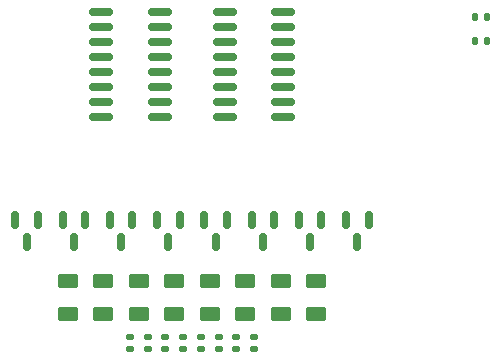
<source format=gbr>
%TF.GenerationSoftware,KiCad,Pcbnew,7.0.7*%
%TF.CreationDate,2023-12-20T16:21:06-06:00*%
%TF.ProjectId,MAR,4d41522e-6b69-4636-9164-5f7063625858,rev?*%
%TF.SameCoordinates,Original*%
%TF.FileFunction,Paste,Top*%
%TF.FilePolarity,Positive*%
%FSLAX46Y46*%
G04 Gerber Fmt 4.6, Leading zero omitted, Abs format (unit mm)*
G04 Created by KiCad (PCBNEW 7.0.7) date 2023-12-20 16:21:06*
%MOMM*%
%LPD*%
G01*
G04 APERTURE LIST*
G04 Aperture macros list*
%AMRoundRect*
0 Rectangle with rounded corners*
0 $1 Rounding radius*
0 $2 $3 $4 $5 $6 $7 $8 $9 X,Y pos of 4 corners*
0 Add a 4 corners polygon primitive as box body*
4,1,4,$2,$3,$4,$5,$6,$7,$8,$9,$2,$3,0*
0 Add four circle primitives for the rounded corners*
1,1,$1+$1,$2,$3*
1,1,$1+$1,$4,$5*
1,1,$1+$1,$6,$7*
1,1,$1+$1,$8,$9*
0 Add four rect primitives between the rounded corners*
20,1,$1+$1,$2,$3,$4,$5,0*
20,1,$1+$1,$4,$5,$6,$7,0*
20,1,$1+$1,$6,$7,$8,$9,0*
20,1,$1+$1,$8,$9,$2,$3,0*%
G04 Aperture macros list end*
%ADD10RoundRect,0.150000X-0.150000X0.587500X-0.150000X-0.587500X0.150000X-0.587500X0.150000X0.587500X0*%
%ADD11RoundRect,0.250000X-0.625000X0.375000X-0.625000X-0.375000X0.625000X-0.375000X0.625000X0.375000X0*%
%ADD12RoundRect,0.135000X-0.185000X0.135000X-0.185000X-0.135000X0.185000X-0.135000X0.185000X0.135000X0*%
%ADD13RoundRect,0.135000X-0.135000X-0.185000X0.135000X-0.185000X0.135000X0.185000X-0.135000X0.185000X0*%
%ADD14RoundRect,0.150000X-0.825000X-0.150000X0.825000X-0.150000X0.825000X0.150000X-0.825000X0.150000X0*%
%ADD15RoundRect,0.135000X0.135000X0.185000X-0.135000X0.185000X-0.135000X-0.185000X0.135000X-0.185000X0*%
G04 APERTURE END LIST*
D10*
%TO.C,Q3*%
X127450000Y-99662500D03*
X125550000Y-99662500D03*
X126500000Y-101537500D03*
%TD*%
D11*
%TO.C,D4*%
X122000000Y-104800000D03*
X122000000Y-107600000D03*
%TD*%
D10*
%TO.C,Q6*%
X115450000Y-99662500D03*
X113550000Y-99662500D03*
X114500000Y-101537500D03*
%TD*%
D11*
%TO.C,D5*%
X119000000Y-104800000D03*
X119000000Y-107600000D03*
%TD*%
D12*
%TO.C,R3*%
X122750000Y-109580000D03*
X122750000Y-110600000D03*
%TD*%
D11*
%TO.C,D8*%
X110000000Y-104800000D03*
X110000000Y-107600000D03*
%TD*%
D10*
%TO.C,Q2*%
X131450000Y-99662500D03*
X129550000Y-99662500D03*
X130500000Y-101537500D03*
%TD*%
D11*
%TO.C,D7*%
X113000000Y-104800000D03*
X113000000Y-107600000D03*
%TD*%
D10*
%TO.C,Q1*%
X135450000Y-99662500D03*
X133550000Y-99662500D03*
X134500000Y-101537500D03*
%TD*%
D13*
%TO.C,R10*%
X144426900Y-82500000D03*
X145446900Y-82500000D03*
%TD*%
D14*
%TO.C,U2*%
X123250000Y-82082500D03*
X123250000Y-83352500D03*
X123250000Y-84622500D03*
X123250000Y-85892500D03*
X123250000Y-87162500D03*
X123250000Y-88432500D03*
X123250000Y-89702500D03*
X123250000Y-90972500D03*
X128200000Y-90972500D03*
X128200000Y-89702500D03*
X128200000Y-88432500D03*
X128200000Y-87162500D03*
X128200000Y-85892500D03*
X128200000Y-84622500D03*
X128200000Y-83352500D03*
X128200000Y-82082500D03*
%TD*%
D15*
%TO.C,R9*%
X145446900Y-84500000D03*
X144426900Y-84500000D03*
%TD*%
D10*
%TO.C,Q5*%
X119450000Y-99662500D03*
X117550000Y-99662500D03*
X118500000Y-101537500D03*
%TD*%
D11*
%TO.C,D2*%
X128000000Y-104800000D03*
X128000000Y-107600000D03*
%TD*%
D10*
%TO.C,Q7*%
X111450000Y-99662500D03*
X109550000Y-99662500D03*
X110500000Y-101537500D03*
%TD*%
D14*
%TO.C,U1*%
X112800000Y-82082500D03*
X112800000Y-83352500D03*
X112800000Y-84622500D03*
X112800000Y-85892500D03*
X112800000Y-87162500D03*
X112800000Y-88432500D03*
X112800000Y-89702500D03*
X112800000Y-90972500D03*
X117750000Y-90972500D03*
X117750000Y-89702500D03*
X117750000Y-88432500D03*
X117750000Y-87162500D03*
X117750000Y-85892500D03*
X117750000Y-84622500D03*
X117750000Y-83352500D03*
X117750000Y-82082500D03*
%TD*%
D10*
%TO.C,Q8*%
X107450000Y-99662500D03*
X105550000Y-99662500D03*
X106500000Y-101537500D03*
%TD*%
D11*
%TO.C,D3*%
X125000000Y-104800000D03*
X125000000Y-107600000D03*
%TD*%
D12*
%TO.C,R4*%
X121250000Y-109590000D03*
X121250000Y-110610000D03*
%TD*%
D10*
%TO.C,Q4*%
X123450000Y-99662500D03*
X121550000Y-99662500D03*
X122500000Y-101537500D03*
%TD*%
D12*
%TO.C,R5*%
X119750000Y-109580000D03*
X119750000Y-110600000D03*
%TD*%
%TO.C,R8*%
X115250000Y-109580000D03*
X115250000Y-110600000D03*
%TD*%
%TO.C,R1*%
X125750000Y-109580000D03*
X125750000Y-110600000D03*
%TD*%
D11*
%TO.C,D6*%
X116000000Y-104800000D03*
X116000000Y-107600000D03*
%TD*%
%TO.C,D1*%
X131000000Y-104800000D03*
X131000000Y-107600000D03*
%TD*%
D12*
%TO.C,R6*%
X118250000Y-109580000D03*
X118250000Y-110600000D03*
%TD*%
%TO.C,R2*%
X124250000Y-109580000D03*
X124250000Y-110600000D03*
%TD*%
%TO.C,R7*%
X116750000Y-109580000D03*
X116750000Y-110600000D03*
%TD*%
M02*

</source>
